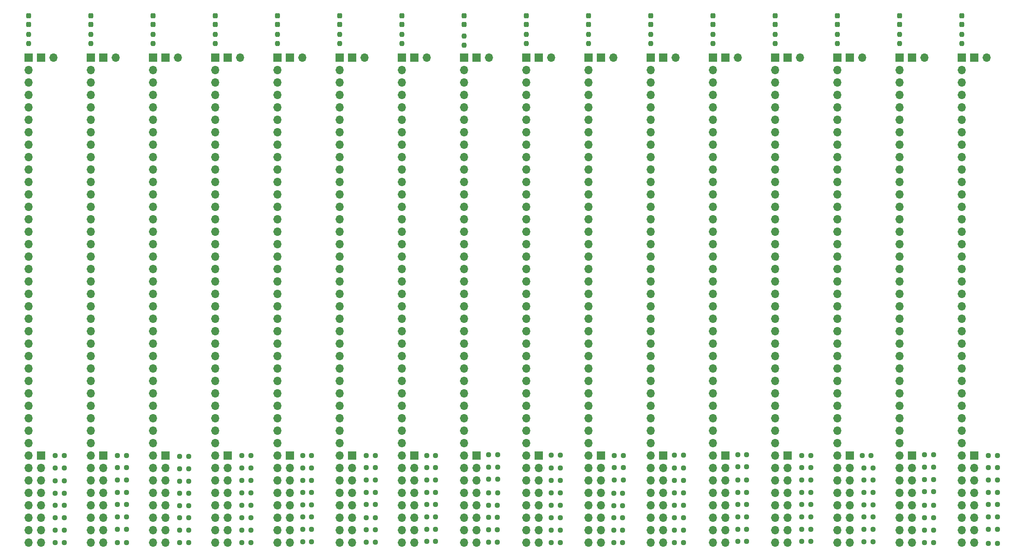
<source format=gbr>
%TF.GenerationSoftware,KiCad,Pcbnew,7.0.5*%
%TF.CreationDate,2024-09-17T03:27:58-04:00*%
%TF.ProjectId,motherboard,6d6f7468-6572-4626-9f61-72642e6b6963,rev?*%
%TF.SameCoordinates,Original*%
%TF.FileFunction,Soldermask,Top*%
%TF.FilePolarity,Negative*%
%FSLAX46Y46*%
G04 Gerber Fmt 4.6, Leading zero omitted, Abs format (unit mm)*
G04 Created by KiCad (PCBNEW 7.0.5) date 2024-09-17 03:27:58*
%MOMM*%
%LPD*%
G01*
G04 APERTURE LIST*
G04 Aperture macros list*
%AMRoundRect*
0 Rectangle with rounded corners*
0 $1 Rounding radius*
0 $2 $3 $4 $5 $6 $7 $8 $9 X,Y pos of 4 corners*
0 Add a 4 corners polygon primitive as box body*
4,1,4,$2,$3,$4,$5,$6,$7,$8,$9,$2,$3,0*
0 Add four circle primitives for the rounded corners*
1,1,$1+$1,$2,$3*
1,1,$1+$1,$4,$5*
1,1,$1+$1,$6,$7*
1,1,$1+$1,$8,$9*
0 Add four rect primitives between the rounded corners*
20,1,$1+$1,$2,$3,$4,$5,0*
20,1,$1+$1,$4,$5,$6,$7,0*
20,1,$1+$1,$6,$7,$8,$9,0*
20,1,$1+$1,$8,$9,$2,$3,0*%
G04 Aperture macros list end*
%ADD10R,1.700000X1.700000*%
%ADD11O,1.700000X1.700000*%
%ADD12RoundRect,0.237500X0.250000X0.237500X-0.250000X0.237500X-0.250000X-0.237500X0.250000X-0.237500X0*%
%ADD13RoundRect,0.237500X-0.237500X0.250000X-0.237500X-0.250000X0.237500X-0.250000X0.237500X0.250000X0*%
%ADD14RoundRect,0.237500X-0.237500X0.287500X-0.237500X-0.287500X0.237500X-0.287500X0.237500X0.287500X0*%
G04 APERTURE END LIST*
D10*
%TO.C,J31*%
X241300000Y-46990000D03*
D11*
X241300000Y-49530000D03*
X241300000Y-52070000D03*
X241300000Y-54610000D03*
X241300000Y-57150000D03*
X241300000Y-59690000D03*
X241300000Y-62230000D03*
X241300000Y-64770000D03*
X241300000Y-67310000D03*
X241300000Y-69850000D03*
X241300000Y-72390000D03*
X241300000Y-74930000D03*
X241300000Y-77470000D03*
X241300000Y-80010000D03*
X241300000Y-82550000D03*
X241300000Y-85090000D03*
X241300000Y-87630000D03*
X241300000Y-90170000D03*
X241300000Y-92710000D03*
X241300000Y-95250000D03*
X241300000Y-97790000D03*
X241300000Y-100330000D03*
X241300000Y-102870000D03*
X241300000Y-105410000D03*
X241300000Y-107950000D03*
X241300000Y-110490000D03*
X241300000Y-113030000D03*
X241300000Y-115570000D03*
X241300000Y-118110000D03*
X241300000Y-120650000D03*
X241300000Y-123190000D03*
X241300000Y-125730000D03*
X241300000Y-128270000D03*
X241300000Y-130810000D03*
X241300000Y-133350000D03*
X241300000Y-135890000D03*
X241300000Y-138430000D03*
X241300000Y-140970000D03*
X241300000Y-143510000D03*
X241300000Y-146050000D03*
%TD*%
D10*
%TO.C,J29*%
X228600000Y-46990000D03*
D11*
X228600000Y-49530000D03*
X228600000Y-52070000D03*
X228600000Y-54610000D03*
X228600000Y-57150000D03*
X228600000Y-59690000D03*
X228600000Y-62230000D03*
X228600000Y-64770000D03*
X228600000Y-67310000D03*
X228600000Y-69850000D03*
X228600000Y-72390000D03*
X228600000Y-74930000D03*
X228600000Y-77470000D03*
X228600000Y-80010000D03*
X228600000Y-82550000D03*
X228600000Y-85090000D03*
X228600000Y-87630000D03*
X228600000Y-90170000D03*
X228600000Y-92710000D03*
X228600000Y-95250000D03*
X228600000Y-97790000D03*
X228600000Y-100330000D03*
X228600000Y-102870000D03*
X228600000Y-105410000D03*
X228600000Y-107950000D03*
X228600000Y-110490000D03*
X228600000Y-113030000D03*
X228600000Y-115570000D03*
X228600000Y-118110000D03*
X228600000Y-120650000D03*
X228600000Y-123190000D03*
X228600000Y-125730000D03*
X228600000Y-128270000D03*
X228600000Y-130810000D03*
X228600000Y-133350000D03*
X228600000Y-135890000D03*
X228600000Y-138430000D03*
X228600000Y-140970000D03*
X228600000Y-143510000D03*
X228600000Y-146050000D03*
%TD*%
D10*
%TO.C,J27*%
X215900000Y-46990000D03*
D11*
X215900000Y-49530000D03*
X215900000Y-52070000D03*
X215900000Y-54610000D03*
X215900000Y-57150000D03*
X215900000Y-59690000D03*
X215900000Y-62230000D03*
X215900000Y-64770000D03*
X215900000Y-67310000D03*
X215900000Y-69850000D03*
X215900000Y-72390000D03*
X215900000Y-74930000D03*
X215900000Y-77470000D03*
X215900000Y-80010000D03*
X215900000Y-82550000D03*
X215900000Y-85090000D03*
X215900000Y-87630000D03*
X215900000Y-90170000D03*
X215900000Y-92710000D03*
X215900000Y-95250000D03*
X215900000Y-97790000D03*
X215900000Y-100330000D03*
X215900000Y-102870000D03*
X215900000Y-105410000D03*
X215900000Y-107950000D03*
X215900000Y-110490000D03*
X215900000Y-113030000D03*
X215900000Y-115570000D03*
X215900000Y-118110000D03*
X215900000Y-120650000D03*
X215900000Y-123190000D03*
X215900000Y-125730000D03*
X215900000Y-128270000D03*
X215900000Y-130810000D03*
X215900000Y-133350000D03*
X215900000Y-135890000D03*
X215900000Y-138430000D03*
X215900000Y-140970000D03*
X215900000Y-143510000D03*
X215900000Y-146050000D03*
%TD*%
D10*
%TO.C,J25*%
X203200000Y-46990000D03*
D11*
X203200000Y-49530000D03*
X203200000Y-52070000D03*
X203200000Y-54610000D03*
X203200000Y-57150000D03*
X203200000Y-59690000D03*
X203200000Y-62230000D03*
X203200000Y-64770000D03*
X203200000Y-67310000D03*
X203200000Y-69850000D03*
X203200000Y-72390000D03*
X203200000Y-74930000D03*
X203200000Y-77470000D03*
X203200000Y-80010000D03*
X203200000Y-82550000D03*
X203200000Y-85090000D03*
X203200000Y-87630000D03*
X203200000Y-90170000D03*
X203200000Y-92710000D03*
X203200000Y-95250000D03*
X203200000Y-97790000D03*
X203200000Y-100330000D03*
X203200000Y-102870000D03*
X203200000Y-105410000D03*
X203200000Y-107950000D03*
X203200000Y-110490000D03*
X203200000Y-113030000D03*
X203200000Y-115570000D03*
X203200000Y-118110000D03*
X203200000Y-120650000D03*
X203200000Y-123190000D03*
X203200000Y-125730000D03*
X203200000Y-128270000D03*
X203200000Y-130810000D03*
X203200000Y-133350000D03*
X203200000Y-135890000D03*
X203200000Y-138430000D03*
X203200000Y-140970000D03*
X203200000Y-143510000D03*
X203200000Y-146050000D03*
%TD*%
D10*
%TO.C,J23*%
X190500000Y-46990000D03*
D11*
X190500000Y-49530000D03*
X190500000Y-52070000D03*
X190500000Y-54610000D03*
X190500000Y-57150000D03*
X190500000Y-59690000D03*
X190500000Y-62230000D03*
X190500000Y-64770000D03*
X190500000Y-67310000D03*
X190500000Y-69850000D03*
X190500000Y-72390000D03*
X190500000Y-74930000D03*
X190500000Y-77470000D03*
X190500000Y-80010000D03*
X190500000Y-82550000D03*
X190500000Y-85090000D03*
X190500000Y-87630000D03*
X190500000Y-90170000D03*
X190500000Y-92710000D03*
X190500000Y-95250000D03*
X190500000Y-97790000D03*
X190500000Y-100330000D03*
X190500000Y-102870000D03*
X190500000Y-105410000D03*
X190500000Y-107950000D03*
X190500000Y-110490000D03*
X190500000Y-113030000D03*
X190500000Y-115570000D03*
X190500000Y-118110000D03*
X190500000Y-120650000D03*
X190500000Y-123190000D03*
X190500000Y-125730000D03*
X190500000Y-128270000D03*
X190500000Y-130810000D03*
X190500000Y-133350000D03*
X190500000Y-135890000D03*
X190500000Y-138430000D03*
X190500000Y-140970000D03*
X190500000Y-143510000D03*
X190500000Y-146050000D03*
%TD*%
D10*
%TO.C,J21*%
X177800000Y-46990000D03*
D11*
X177800000Y-49530000D03*
X177800000Y-52070000D03*
X177800000Y-54610000D03*
X177800000Y-57150000D03*
X177800000Y-59690000D03*
X177800000Y-62230000D03*
X177800000Y-64770000D03*
X177800000Y-67310000D03*
X177800000Y-69850000D03*
X177800000Y-72390000D03*
X177800000Y-74930000D03*
X177800000Y-77470000D03*
X177800000Y-80010000D03*
X177800000Y-82550000D03*
X177800000Y-85090000D03*
X177800000Y-87630000D03*
X177800000Y-90170000D03*
X177800000Y-92710000D03*
X177800000Y-95250000D03*
X177800000Y-97790000D03*
X177800000Y-100330000D03*
X177800000Y-102870000D03*
X177800000Y-105410000D03*
X177800000Y-107950000D03*
X177800000Y-110490000D03*
X177800000Y-113030000D03*
X177800000Y-115570000D03*
X177800000Y-118110000D03*
X177800000Y-120650000D03*
X177800000Y-123190000D03*
X177800000Y-125730000D03*
X177800000Y-128270000D03*
X177800000Y-130810000D03*
X177800000Y-133350000D03*
X177800000Y-135890000D03*
X177800000Y-138430000D03*
X177800000Y-140970000D03*
X177800000Y-143510000D03*
X177800000Y-146050000D03*
%TD*%
D10*
%TO.C,J19*%
X165100000Y-46990000D03*
D11*
X165100000Y-49530000D03*
X165100000Y-52070000D03*
X165100000Y-54610000D03*
X165100000Y-57150000D03*
X165100000Y-59690000D03*
X165100000Y-62230000D03*
X165100000Y-64770000D03*
X165100000Y-67310000D03*
X165100000Y-69850000D03*
X165100000Y-72390000D03*
X165100000Y-74930000D03*
X165100000Y-77470000D03*
X165100000Y-80010000D03*
X165100000Y-82550000D03*
X165100000Y-85090000D03*
X165100000Y-87630000D03*
X165100000Y-90170000D03*
X165100000Y-92710000D03*
X165100000Y-95250000D03*
X165100000Y-97790000D03*
X165100000Y-100330000D03*
X165100000Y-102870000D03*
X165100000Y-105410000D03*
X165100000Y-107950000D03*
X165100000Y-110490000D03*
X165100000Y-113030000D03*
X165100000Y-115570000D03*
X165100000Y-118110000D03*
X165100000Y-120650000D03*
X165100000Y-123190000D03*
X165100000Y-125730000D03*
X165100000Y-128270000D03*
X165100000Y-130810000D03*
X165100000Y-133350000D03*
X165100000Y-135890000D03*
X165100000Y-138430000D03*
X165100000Y-140970000D03*
X165100000Y-143510000D03*
X165100000Y-146050000D03*
%TD*%
D10*
%TO.C,J17*%
X152400000Y-46990000D03*
D11*
X152400000Y-49530000D03*
X152400000Y-52070000D03*
X152400000Y-54610000D03*
X152400000Y-57150000D03*
X152400000Y-59690000D03*
X152400000Y-62230000D03*
X152400000Y-64770000D03*
X152400000Y-67310000D03*
X152400000Y-69850000D03*
X152400000Y-72390000D03*
X152400000Y-74930000D03*
X152400000Y-77470000D03*
X152400000Y-80010000D03*
X152400000Y-82550000D03*
X152400000Y-85090000D03*
X152400000Y-87630000D03*
X152400000Y-90170000D03*
X152400000Y-92710000D03*
X152400000Y-95250000D03*
X152400000Y-97790000D03*
X152400000Y-100330000D03*
X152400000Y-102870000D03*
X152400000Y-105410000D03*
X152400000Y-107950000D03*
X152400000Y-110490000D03*
X152400000Y-113030000D03*
X152400000Y-115570000D03*
X152400000Y-118110000D03*
X152400000Y-120650000D03*
X152400000Y-123190000D03*
X152400000Y-125730000D03*
X152400000Y-128270000D03*
X152400000Y-130810000D03*
X152400000Y-133350000D03*
X152400000Y-135890000D03*
X152400000Y-138430000D03*
X152400000Y-140970000D03*
X152400000Y-143510000D03*
X152400000Y-146050000D03*
%TD*%
D10*
%TO.C,J15*%
X139700000Y-46990000D03*
D11*
X139700000Y-49530000D03*
X139700000Y-52070000D03*
X139700000Y-54610000D03*
X139700000Y-57150000D03*
X139700000Y-59690000D03*
X139700000Y-62230000D03*
X139700000Y-64770000D03*
X139700000Y-67310000D03*
X139700000Y-69850000D03*
X139700000Y-72390000D03*
X139700000Y-74930000D03*
X139700000Y-77470000D03*
X139700000Y-80010000D03*
X139700000Y-82550000D03*
X139700000Y-85090000D03*
X139700000Y-87630000D03*
X139700000Y-90170000D03*
X139700000Y-92710000D03*
X139700000Y-95250000D03*
X139700000Y-97790000D03*
X139700000Y-100330000D03*
X139700000Y-102870000D03*
X139700000Y-105410000D03*
X139700000Y-107950000D03*
X139700000Y-110490000D03*
X139700000Y-113030000D03*
X139700000Y-115570000D03*
X139700000Y-118110000D03*
X139700000Y-120650000D03*
X139700000Y-123190000D03*
X139700000Y-125730000D03*
X139700000Y-128270000D03*
X139700000Y-130810000D03*
X139700000Y-133350000D03*
X139700000Y-135890000D03*
X139700000Y-138430000D03*
X139700000Y-140970000D03*
X139700000Y-143510000D03*
X139700000Y-146050000D03*
%TD*%
D10*
%TO.C,J13*%
X127000000Y-46990000D03*
D11*
X127000000Y-49530000D03*
X127000000Y-52070000D03*
X127000000Y-54610000D03*
X127000000Y-57150000D03*
X127000000Y-59690000D03*
X127000000Y-62230000D03*
X127000000Y-64770000D03*
X127000000Y-67310000D03*
X127000000Y-69850000D03*
X127000000Y-72390000D03*
X127000000Y-74930000D03*
X127000000Y-77470000D03*
X127000000Y-80010000D03*
X127000000Y-82550000D03*
X127000000Y-85090000D03*
X127000000Y-87630000D03*
X127000000Y-90170000D03*
X127000000Y-92710000D03*
X127000000Y-95250000D03*
X127000000Y-97790000D03*
X127000000Y-100330000D03*
X127000000Y-102870000D03*
X127000000Y-105410000D03*
X127000000Y-107950000D03*
X127000000Y-110490000D03*
X127000000Y-113030000D03*
X127000000Y-115570000D03*
X127000000Y-118110000D03*
X127000000Y-120650000D03*
X127000000Y-123190000D03*
X127000000Y-125730000D03*
X127000000Y-128270000D03*
X127000000Y-130810000D03*
X127000000Y-133350000D03*
X127000000Y-135890000D03*
X127000000Y-138430000D03*
X127000000Y-140970000D03*
X127000000Y-143510000D03*
X127000000Y-146050000D03*
%TD*%
D10*
%TO.C,J11*%
X114300000Y-46990000D03*
D11*
X114300000Y-49530000D03*
X114300000Y-52070000D03*
X114300000Y-54610000D03*
X114300000Y-57150000D03*
X114300000Y-59690000D03*
X114300000Y-62230000D03*
X114300000Y-64770000D03*
X114300000Y-67310000D03*
X114300000Y-69850000D03*
X114300000Y-72390000D03*
X114300000Y-74930000D03*
X114300000Y-77470000D03*
X114300000Y-80010000D03*
X114300000Y-82550000D03*
X114300000Y-85090000D03*
X114300000Y-87630000D03*
X114300000Y-90170000D03*
X114300000Y-92710000D03*
X114300000Y-95250000D03*
X114300000Y-97790000D03*
X114300000Y-100330000D03*
X114300000Y-102870000D03*
X114300000Y-105410000D03*
X114300000Y-107950000D03*
X114300000Y-110490000D03*
X114300000Y-113030000D03*
X114300000Y-115570000D03*
X114300000Y-118110000D03*
X114300000Y-120650000D03*
X114300000Y-123190000D03*
X114300000Y-125730000D03*
X114300000Y-128270000D03*
X114300000Y-130810000D03*
X114300000Y-133350000D03*
X114300000Y-135890000D03*
X114300000Y-138430000D03*
X114300000Y-140970000D03*
X114300000Y-143510000D03*
X114300000Y-146050000D03*
%TD*%
D10*
%TO.C,J9*%
X101600000Y-46990000D03*
D11*
X101600000Y-49530000D03*
X101600000Y-52070000D03*
X101600000Y-54610000D03*
X101600000Y-57150000D03*
X101600000Y-59690000D03*
X101600000Y-62230000D03*
X101600000Y-64770000D03*
X101600000Y-67310000D03*
X101600000Y-69850000D03*
X101600000Y-72390000D03*
X101600000Y-74930000D03*
X101600000Y-77470000D03*
X101600000Y-80010000D03*
X101600000Y-82550000D03*
X101600000Y-85090000D03*
X101600000Y-87630000D03*
X101600000Y-90170000D03*
X101600000Y-92710000D03*
X101600000Y-95250000D03*
X101600000Y-97790000D03*
X101600000Y-100330000D03*
X101600000Y-102870000D03*
X101600000Y-105410000D03*
X101600000Y-107950000D03*
X101600000Y-110490000D03*
X101600000Y-113030000D03*
X101600000Y-115570000D03*
X101600000Y-118110000D03*
X101600000Y-120650000D03*
X101600000Y-123190000D03*
X101600000Y-125730000D03*
X101600000Y-128270000D03*
X101600000Y-130810000D03*
X101600000Y-133350000D03*
X101600000Y-135890000D03*
X101600000Y-138430000D03*
X101600000Y-140970000D03*
X101600000Y-143510000D03*
X101600000Y-146050000D03*
%TD*%
D10*
%TO.C,J7*%
X88900000Y-46990000D03*
D11*
X88900000Y-49530000D03*
X88900000Y-52070000D03*
X88900000Y-54610000D03*
X88900000Y-57150000D03*
X88900000Y-59690000D03*
X88900000Y-62230000D03*
X88900000Y-64770000D03*
X88900000Y-67310000D03*
X88900000Y-69850000D03*
X88900000Y-72390000D03*
X88900000Y-74930000D03*
X88900000Y-77470000D03*
X88900000Y-80010000D03*
X88900000Y-82550000D03*
X88900000Y-85090000D03*
X88900000Y-87630000D03*
X88900000Y-90170000D03*
X88900000Y-92710000D03*
X88900000Y-95250000D03*
X88900000Y-97790000D03*
X88900000Y-100330000D03*
X88900000Y-102870000D03*
X88900000Y-105410000D03*
X88900000Y-107950000D03*
X88900000Y-110490000D03*
X88900000Y-113030000D03*
X88900000Y-115570000D03*
X88900000Y-118110000D03*
X88900000Y-120650000D03*
X88900000Y-123190000D03*
X88900000Y-125730000D03*
X88900000Y-128270000D03*
X88900000Y-130810000D03*
X88900000Y-133350000D03*
X88900000Y-135890000D03*
X88900000Y-138430000D03*
X88900000Y-140970000D03*
X88900000Y-143510000D03*
X88900000Y-146050000D03*
%TD*%
D10*
%TO.C,J5*%
X76200000Y-46990000D03*
D11*
X76200000Y-49530000D03*
X76200000Y-52070000D03*
X76200000Y-54610000D03*
X76200000Y-57150000D03*
X76200000Y-59690000D03*
X76200000Y-62230000D03*
X76200000Y-64770000D03*
X76200000Y-67310000D03*
X76200000Y-69850000D03*
X76200000Y-72390000D03*
X76200000Y-74930000D03*
X76200000Y-77470000D03*
X76200000Y-80010000D03*
X76200000Y-82550000D03*
X76200000Y-85090000D03*
X76200000Y-87630000D03*
X76200000Y-90170000D03*
X76200000Y-92710000D03*
X76200000Y-95250000D03*
X76200000Y-97790000D03*
X76200000Y-100330000D03*
X76200000Y-102870000D03*
X76200000Y-105410000D03*
X76200000Y-107950000D03*
X76200000Y-110490000D03*
X76200000Y-113030000D03*
X76200000Y-115570000D03*
X76200000Y-118110000D03*
X76200000Y-120650000D03*
X76200000Y-123190000D03*
X76200000Y-125730000D03*
X76200000Y-128270000D03*
X76200000Y-130810000D03*
X76200000Y-133350000D03*
X76200000Y-135890000D03*
X76200000Y-138430000D03*
X76200000Y-140970000D03*
X76200000Y-143510000D03*
X76200000Y-146050000D03*
%TD*%
D10*
%TO.C,J2*%
X63500000Y-46990000D03*
D11*
X63500000Y-49530000D03*
X63500000Y-52070000D03*
X63500000Y-54610000D03*
X63500000Y-57150000D03*
X63500000Y-59690000D03*
X63500000Y-62230000D03*
X63500000Y-64770000D03*
X63500000Y-67310000D03*
X63500000Y-69850000D03*
X63500000Y-72390000D03*
X63500000Y-74930000D03*
X63500000Y-77470000D03*
X63500000Y-80010000D03*
X63500000Y-82550000D03*
X63500000Y-85090000D03*
X63500000Y-87630000D03*
X63500000Y-90170000D03*
X63500000Y-92710000D03*
X63500000Y-95250000D03*
X63500000Y-97790000D03*
X63500000Y-100330000D03*
X63500000Y-102870000D03*
X63500000Y-105410000D03*
X63500000Y-107950000D03*
X63500000Y-110490000D03*
X63500000Y-113030000D03*
X63500000Y-115570000D03*
X63500000Y-118110000D03*
X63500000Y-120650000D03*
X63500000Y-123190000D03*
X63500000Y-125730000D03*
X63500000Y-128270000D03*
X63500000Y-130810000D03*
X63500000Y-133350000D03*
X63500000Y-135890000D03*
X63500000Y-138430000D03*
X63500000Y-140970000D03*
X63500000Y-143510000D03*
X63500000Y-146050000D03*
%TD*%
D10*
%TO.C,J1*%
X50800000Y-46990000D03*
D11*
X50800000Y-49530000D03*
X50800000Y-52070000D03*
X50800000Y-54610000D03*
X50800000Y-57150000D03*
X50800000Y-59690000D03*
X50800000Y-62230000D03*
X50800000Y-64770000D03*
X50800000Y-67310000D03*
X50800000Y-69850000D03*
X50800000Y-72390000D03*
X50800000Y-74930000D03*
X50800000Y-77470000D03*
X50800000Y-80010000D03*
X50800000Y-82550000D03*
X50800000Y-85090000D03*
X50800000Y-87630000D03*
X50800000Y-90170000D03*
X50800000Y-92710000D03*
X50800000Y-95250000D03*
X50800000Y-97790000D03*
X50800000Y-100330000D03*
X50800000Y-102870000D03*
X50800000Y-105410000D03*
X50800000Y-107950000D03*
X50800000Y-110490000D03*
X50800000Y-113030000D03*
X50800000Y-115570000D03*
X50800000Y-118110000D03*
X50800000Y-120650000D03*
X50800000Y-123190000D03*
X50800000Y-125730000D03*
X50800000Y-128270000D03*
X50800000Y-130810000D03*
X50800000Y-133350000D03*
X50800000Y-135890000D03*
X50800000Y-138430000D03*
X50800000Y-140970000D03*
X50800000Y-143510000D03*
X50800000Y-146050000D03*
%TD*%
D12*
%TO.C,r144*%
X248562500Y-146260000D03*
X246737500Y-146260000D03*
%TD*%
%TO.C,r143*%
X248562500Y-143330000D03*
X246737500Y-143330000D03*
%TD*%
%TO.C,r142*%
X248562500Y-140820000D03*
X246737500Y-140820000D03*
%TD*%
%TO.C,r141*%
X248562500Y-138310000D03*
X246737500Y-138310000D03*
%TD*%
%TO.C,r140*%
X248562500Y-135800000D03*
X246737500Y-135800000D03*
%TD*%
%TO.C,r139*%
X248562500Y-133290000D03*
X246737500Y-133290000D03*
%TD*%
%TO.C,r138*%
X248562500Y-130780000D03*
X246737500Y-130780000D03*
%TD*%
%TO.C,r137*%
X248562500Y-128270000D03*
X246737500Y-128270000D03*
%TD*%
D13*
%TO.C,r136*%
X241300000Y-42267500D03*
X241300000Y-44092500D03*
%TD*%
D12*
%TO.C,r135*%
X235524338Y-146050000D03*
X233699338Y-146050000D03*
%TD*%
%TO.C,r134*%
X235524338Y-143510000D03*
X233699338Y-143510000D03*
%TD*%
%TO.C,r133*%
X235524338Y-140970000D03*
X233699338Y-140970000D03*
%TD*%
%TO.C,r132*%
X233699338Y-138430000D03*
X235524338Y-138430000D03*
%TD*%
%TO.C,r131*%
X235524338Y-135683756D03*
X233699338Y-135683756D03*
%TD*%
%TO.C,r130*%
X235524338Y-133173756D03*
X233699338Y-133173756D03*
%TD*%
%TO.C,r129*%
X235524338Y-130663756D03*
X233699338Y-130663756D03*
%TD*%
%TO.C,r128*%
X235524338Y-128153756D03*
X233699338Y-128153756D03*
%TD*%
D13*
%TO.C,r127*%
X228600000Y-42267500D03*
X228600000Y-44092500D03*
%TD*%
D12*
%TO.C,r126*%
X223162500Y-145870000D03*
X221337500Y-145870000D03*
%TD*%
%TO.C,r125*%
X223162500Y-143360000D03*
X221337500Y-143360000D03*
%TD*%
%TO.C,r124*%
X223162500Y-140850000D03*
X221337500Y-140850000D03*
%TD*%
%TO.C,r123*%
X223162500Y-138340000D03*
X221337500Y-138340000D03*
%TD*%
%TO.C,r122*%
X223162500Y-135830000D03*
X221337500Y-135830000D03*
%TD*%
%TO.C,r121*%
X223162500Y-133320000D03*
X221337500Y-133320000D03*
%TD*%
%TO.C,r120*%
X223162500Y-130810000D03*
X221337500Y-130810000D03*
%TD*%
%TO.C,r119*%
X222805000Y-128270000D03*
X220980000Y-128270000D03*
%TD*%
D13*
%TO.C,r118*%
X215900000Y-42267500D03*
X215900000Y-44092500D03*
%TD*%
D12*
%TO.C,r117*%
X210462500Y-145840000D03*
X208637500Y-145840000D03*
%TD*%
%TO.C,r116*%
X210462500Y-143330000D03*
X208637500Y-143330000D03*
%TD*%
%TO.C,r115*%
X210462500Y-140820000D03*
X208637500Y-140820000D03*
%TD*%
%TO.C,r114*%
X210462500Y-138310000D03*
X208637500Y-138310000D03*
%TD*%
%TO.C,r113*%
X210462500Y-135800000D03*
X208637500Y-135800000D03*
%TD*%
%TO.C,r112*%
X210462500Y-133290000D03*
X208637500Y-133290000D03*
%TD*%
%TO.C,r111*%
X210462500Y-130780000D03*
X208637500Y-130780000D03*
%TD*%
%TO.C,r110*%
X210462500Y-128270000D03*
X208637500Y-128270000D03*
%TD*%
D13*
%TO.C,r109*%
X203200000Y-42267500D03*
X203200000Y-44092500D03*
%TD*%
D12*
%TO.C,r108*%
X197403333Y-145840234D03*
X195578333Y-145840234D03*
%TD*%
%TO.C,r107*%
X197403333Y-143330234D03*
X195578333Y-143330234D03*
%TD*%
%TO.C,r106*%
X197403333Y-140820234D03*
X195578333Y-140820234D03*
%TD*%
%TO.C,r105*%
X197403333Y-138310234D03*
X195578333Y-138310234D03*
%TD*%
%TO.C,r104*%
X197403333Y-135800234D03*
X195578333Y-135800234D03*
%TD*%
%TO.C,r103*%
X197403333Y-133290234D03*
X195578333Y-133290234D03*
%TD*%
%TO.C,r102*%
X197377845Y-130609199D03*
X195552845Y-130609199D03*
%TD*%
%TO.C,r101*%
X197377845Y-128099199D03*
X195552845Y-128099199D03*
%TD*%
D13*
%TO.C,r100*%
X190500000Y-42267500D03*
X190500000Y-44092500D03*
%TD*%
D12*
%TO.C,r99*%
X184505108Y-146050000D03*
X182680108Y-146050000D03*
%TD*%
%TO.C,r98*%
X184505108Y-143510000D03*
X182680108Y-143510000D03*
%TD*%
%TO.C,r97*%
X184505108Y-140970000D03*
X182680108Y-140970000D03*
%TD*%
%TO.C,r96*%
X184505108Y-138430000D03*
X182680108Y-138430000D03*
%TD*%
%TO.C,r95*%
X184505108Y-135890000D03*
X182680108Y-135890000D03*
%TD*%
%TO.C,r94*%
X184505108Y-133350000D03*
X182680108Y-133350000D03*
%TD*%
%TO.C,r93*%
X184505108Y-130810000D03*
X182680108Y-130810000D03*
%TD*%
%TO.C,r92*%
X184505108Y-128164940D03*
X182680108Y-128164940D03*
%TD*%
D13*
%TO.C,r91*%
X177800000Y-42267500D03*
X177800000Y-44092500D03*
%TD*%
D12*
%TO.C,r90*%
X172094980Y-146050000D03*
X170269980Y-146050000D03*
%TD*%
%TO.C,r89*%
X172094980Y-143540000D03*
X170269980Y-143540000D03*
%TD*%
%TO.C,r88*%
X172094980Y-141030000D03*
X170269980Y-141030000D03*
%TD*%
%TO.C,r87*%
X172094980Y-138520000D03*
X170269980Y-138520000D03*
%TD*%
%TO.C,r86*%
X172094980Y-136010000D03*
X170269980Y-136010000D03*
%TD*%
%TO.C,r85*%
X172184941Y-133290000D03*
X170359941Y-133290000D03*
%TD*%
%TO.C,r84*%
X172184941Y-130780000D03*
X170359941Y-130780000D03*
%TD*%
%TO.C,r83*%
X172184941Y-128270000D03*
X170359941Y-128270000D03*
%TD*%
D13*
%TO.C,r82*%
X165100000Y-42267500D03*
X165100000Y-44092500D03*
%TD*%
D12*
%TO.C,r81*%
X159320361Y-146050000D03*
X157495361Y-146050000D03*
%TD*%
%TO.C,r80*%
X159320361Y-143510000D03*
X157495361Y-143510000D03*
%TD*%
%TO.C,r79*%
X159320361Y-140970000D03*
X157495361Y-140970000D03*
%TD*%
%TO.C,r78*%
X159320361Y-138430000D03*
X157495361Y-138430000D03*
%TD*%
%TO.C,r77*%
X159320361Y-135890000D03*
X157495361Y-135890000D03*
%TD*%
%TO.C,r76*%
X159320361Y-133350000D03*
X157495361Y-133350000D03*
%TD*%
%TO.C,r75*%
X157495361Y-130810000D03*
X159320361Y-130810000D03*
%TD*%
%TO.C,r74*%
X159320361Y-128198876D03*
X157495361Y-128198876D03*
%TD*%
D13*
%TO.C,r73*%
X152400000Y-42267500D03*
X152400000Y-44092500D03*
%TD*%
D12*
%TO.C,r72*%
X146496337Y-145951860D03*
X144671337Y-145951860D03*
%TD*%
%TO.C,r71*%
X146496337Y-143441860D03*
X144671337Y-143441860D03*
%TD*%
%TO.C,r70*%
X146496337Y-140931860D03*
X144671337Y-140931860D03*
%TD*%
%TO.C,r69*%
X146496337Y-138421860D03*
X144671337Y-138421860D03*
%TD*%
%TO.C,r68*%
X146564593Y-135890000D03*
X144739593Y-135890000D03*
%TD*%
%TO.C,r67*%
X146564593Y-133144069D03*
X144739593Y-133144069D03*
%TD*%
%TO.C,r66*%
X146564593Y-130634069D03*
X144739593Y-130634069D03*
%TD*%
%TO.C,r65*%
X146564593Y-128124069D03*
X144739593Y-128124069D03*
%TD*%
D13*
%TO.C,r64*%
X139700000Y-42625000D03*
X139700000Y-44450000D03*
%TD*%
D12*
%TO.C,r63*%
X133905000Y-145840000D03*
X132080000Y-145840000D03*
%TD*%
%TO.C,r62*%
X133905000Y-143330000D03*
X132080000Y-143330000D03*
%TD*%
%TO.C,r61*%
X133905000Y-140820000D03*
X132080000Y-140820000D03*
%TD*%
%TO.C,r60*%
X133905000Y-138310000D03*
X132080000Y-138310000D03*
%TD*%
%TO.C,r59*%
X133905000Y-135800000D03*
X132080000Y-135800000D03*
%TD*%
%TO.C,r58*%
X133905000Y-133290000D03*
X132080000Y-133290000D03*
%TD*%
%TO.C,r57*%
X133905000Y-130780000D03*
X132080000Y-130780000D03*
%TD*%
%TO.C,r56*%
X133905000Y-128270000D03*
X132080000Y-128270000D03*
%TD*%
D13*
%TO.C,r55*%
X127000000Y-42267500D03*
X127000000Y-44092500D03*
%TD*%
D12*
%TO.C,r54*%
X121562500Y-145990000D03*
X119737500Y-145990000D03*
%TD*%
%TO.C,r53*%
X121562500Y-143480000D03*
X119737500Y-143480000D03*
%TD*%
%TO.C,r52*%
X121562500Y-140970000D03*
X119737500Y-140970000D03*
%TD*%
%TO.C,r51*%
X121562500Y-138310000D03*
X119737500Y-138310000D03*
%TD*%
%TO.C,r50*%
X121562500Y-135800000D03*
X119737500Y-135800000D03*
%TD*%
%TO.C,r49*%
X121562500Y-133290000D03*
X119737500Y-133290000D03*
%TD*%
%TO.C,r48*%
X121562500Y-130780000D03*
X119737500Y-130780000D03*
%TD*%
%TO.C,r47*%
X121562500Y-128270000D03*
X119737500Y-128270000D03*
%TD*%
D13*
%TO.C,r46*%
X114300000Y-42267500D03*
X114300000Y-44092500D03*
%TD*%
D12*
%TO.C,r45*%
X108564780Y-145880439D03*
X106739780Y-145880439D03*
%TD*%
%TO.C,r44*%
X106739780Y-143370439D03*
X108564780Y-143370439D03*
%TD*%
%TO.C,r43*%
X108564780Y-140860439D03*
X106739780Y-140860439D03*
%TD*%
%TO.C,r42*%
X108564780Y-138350439D03*
X106739780Y-138350439D03*
%TD*%
%TO.C,r41*%
X108564780Y-135840439D03*
X106739780Y-135840439D03*
%TD*%
%TO.C,r40*%
X108564780Y-133330439D03*
X106739780Y-133330439D03*
%TD*%
%TO.C,r39*%
X108564780Y-130820439D03*
X106739780Y-130820439D03*
%TD*%
%TO.C,r38*%
X108564780Y-128310439D03*
X106739780Y-128310439D03*
%TD*%
D13*
%TO.C,r37*%
X101600000Y-42267500D03*
X101600000Y-44092500D03*
%TD*%
D12*
%TO.C,r36*%
X96162500Y-146050000D03*
X94337500Y-146050000D03*
%TD*%
%TO.C,r35*%
X96162500Y-143510000D03*
X94337500Y-143510000D03*
%TD*%
%TO.C,r34*%
X96162500Y-140970000D03*
X94337500Y-140970000D03*
%TD*%
%TO.C,r33*%
X96162500Y-138430000D03*
X94337500Y-138430000D03*
%TD*%
%TO.C,r32*%
X96162500Y-135890000D03*
X94337500Y-135890000D03*
%TD*%
%TO.C,r31*%
X96162500Y-133350000D03*
X94337500Y-133350000D03*
%TD*%
%TO.C,r30*%
X96162500Y-130810000D03*
X94337500Y-130810000D03*
%TD*%
%TO.C,r29*%
X96162500Y-128270000D03*
X94337500Y-128270000D03*
%TD*%
D13*
%TO.C,r28*%
X88900000Y-42267500D03*
X88900000Y-44092500D03*
%TD*%
D12*
%TO.C,r27*%
X83462500Y-146050000D03*
X81637500Y-146050000D03*
%TD*%
%TO.C,r26*%
X83462500Y-143540000D03*
X81637500Y-143540000D03*
%TD*%
%TO.C,r25*%
X83462500Y-141030000D03*
X81637500Y-141030000D03*
%TD*%
%TO.C,r24*%
X83462500Y-138520000D03*
X81637500Y-138520000D03*
%TD*%
%TO.C,r23*%
X83462500Y-136010000D03*
X81637500Y-136010000D03*
%TD*%
%TO.C,r22*%
X83462500Y-133500000D03*
X81637500Y-133500000D03*
%TD*%
%TO.C,r21*%
X83462500Y-130990000D03*
X81637500Y-130990000D03*
%TD*%
%TO.C,r20*%
X83462500Y-128480000D03*
X81637500Y-128480000D03*
%TD*%
D13*
%TO.C,r19*%
X76200000Y-42267500D03*
X76200000Y-44092500D03*
%TD*%
D12*
%TO.C,r18*%
X58062500Y-146050000D03*
X56237500Y-146050000D03*
%TD*%
%TO.C,r17*%
X58062500Y-143510000D03*
X56237500Y-143510000D03*
%TD*%
%TO.C,r16*%
X58062500Y-140970000D03*
X56237500Y-140970000D03*
%TD*%
%TO.C,r15*%
X58062500Y-138490000D03*
X56237500Y-138490000D03*
%TD*%
%TO.C,r14*%
X58062500Y-135980000D03*
X56237500Y-135980000D03*
%TD*%
%TO.C,r13*%
X56237500Y-133470000D03*
X58062500Y-133470000D03*
%TD*%
%TO.C,r12*%
X58062500Y-130810000D03*
X56237500Y-130810000D03*
%TD*%
%TO.C,r11*%
X56237500Y-128270000D03*
X58062500Y-128270000D03*
%TD*%
D13*
%TO.C,r10*%
X50800000Y-42267500D03*
X50800000Y-44092500D03*
%TD*%
D12*
%TO.C,r9*%
X70762500Y-146050000D03*
X68937500Y-146050000D03*
%TD*%
%TO.C,r8*%
X68937500Y-143330000D03*
X70762500Y-143330000D03*
%TD*%
%TO.C,r7*%
X70762500Y-140820000D03*
X68937500Y-140820000D03*
%TD*%
%TO.C,r6*%
X70762500Y-138310000D03*
X68937500Y-138310000D03*
%TD*%
%TO.C,r5*%
X70762500Y-135800000D03*
X68937500Y-135800000D03*
%TD*%
%TO.C,r4*%
X70762500Y-133290000D03*
X68937500Y-133290000D03*
%TD*%
%TO.C,r3*%
X70762500Y-130780000D03*
X68937500Y-130780000D03*
%TD*%
%TO.C,r2*%
X70762500Y-128270000D03*
X68937500Y-128270000D03*
%TD*%
D13*
%TO.C,r1*%
X63500000Y-44092500D03*
X63500000Y-42267500D03*
%TD*%
D10*
%TO.C,J48*%
X243840000Y-46990000D03*
D11*
X246380000Y-46990000D03*
%TD*%
D10*
%TO.C,J47*%
X231140000Y-46990000D03*
D11*
X233680000Y-46990000D03*
%TD*%
D10*
%TO.C,J46*%
X218440000Y-46990000D03*
D11*
X220980000Y-46990000D03*
%TD*%
D10*
%TO.C,J45*%
X205740000Y-46990000D03*
D11*
X208280000Y-46990000D03*
%TD*%
D10*
%TO.C,J44*%
X193040000Y-46990000D03*
D11*
X195580000Y-46990000D03*
%TD*%
D10*
%TO.C,J43*%
X180340000Y-46990000D03*
D11*
X182880000Y-46990000D03*
%TD*%
D10*
%TO.C,J42*%
X167640000Y-46990000D03*
D11*
X170180000Y-46990000D03*
%TD*%
D10*
%TO.C,J41*%
X154940000Y-46990000D03*
D11*
X157480000Y-46990000D03*
%TD*%
D10*
%TO.C,J40*%
X142240000Y-46990000D03*
D11*
X144780000Y-46990000D03*
%TD*%
D10*
%TO.C,J39*%
X129540000Y-46990000D03*
D11*
X132080000Y-46990000D03*
%TD*%
D10*
%TO.C,J38*%
X116840000Y-46990000D03*
D11*
X119380000Y-46990000D03*
%TD*%
D10*
%TO.C,J37*%
X104140000Y-46990000D03*
D11*
X106680000Y-46990000D03*
%TD*%
D10*
%TO.C,J36*%
X91440000Y-46990000D03*
D11*
X93980000Y-46990000D03*
%TD*%
D10*
%TO.C,J35*%
X78740000Y-46990000D03*
D11*
X81280000Y-46990000D03*
%TD*%
D10*
%TO.C,J34*%
X53340000Y-46990000D03*
D11*
X55880000Y-46990000D03*
%TD*%
D10*
%TO.C,J33*%
X66040000Y-46990000D03*
D11*
X68580000Y-46990000D03*
%TD*%
D10*
%TO.C,J32*%
X243840000Y-128270000D03*
D11*
X243840000Y-130810000D03*
X243840000Y-133350000D03*
X243840000Y-135890000D03*
X243840000Y-138430000D03*
X243840000Y-140970000D03*
X243840000Y-143510000D03*
X243840000Y-146050000D03*
%TD*%
D10*
%TO.C,J30*%
X231140000Y-128270000D03*
D11*
X231140000Y-130810000D03*
X231140000Y-133350000D03*
X231140000Y-135890000D03*
X231140000Y-138430000D03*
X231140000Y-140970000D03*
X231140000Y-143510000D03*
X231140000Y-146050000D03*
%TD*%
D10*
%TO.C,J28*%
X218440000Y-128270000D03*
D11*
X218440000Y-130810000D03*
X218440000Y-133350000D03*
X218440000Y-135890000D03*
X218440000Y-138430000D03*
X218440000Y-140970000D03*
X218440000Y-143510000D03*
X218440000Y-146050000D03*
%TD*%
D10*
%TO.C,J26*%
X205740000Y-128270000D03*
D11*
X205740000Y-130810000D03*
X205740000Y-133350000D03*
X205740000Y-135890000D03*
X205740000Y-138430000D03*
X205740000Y-140970000D03*
X205740000Y-143510000D03*
X205740000Y-146050000D03*
%TD*%
D10*
%TO.C,J24*%
X193040000Y-128270000D03*
D11*
X193040000Y-130810000D03*
X193040000Y-133350000D03*
X193040000Y-135890000D03*
X193040000Y-138430000D03*
X193040000Y-140970000D03*
X193040000Y-143510000D03*
X193040000Y-146050000D03*
%TD*%
D10*
%TO.C,J22*%
X180340000Y-128270000D03*
D11*
X180340000Y-130810000D03*
X180340000Y-133350000D03*
X180340000Y-135890000D03*
X180340000Y-138430000D03*
X180340000Y-140970000D03*
X180340000Y-143510000D03*
X180340000Y-146050000D03*
%TD*%
D10*
%TO.C,J20*%
X167640000Y-128270000D03*
D11*
X167640000Y-130810000D03*
X167640000Y-133350000D03*
X167640000Y-135890000D03*
X167640000Y-138430000D03*
X167640000Y-140970000D03*
X167640000Y-143510000D03*
X167640000Y-146050000D03*
%TD*%
D10*
%TO.C,J18*%
X154940000Y-128270000D03*
D11*
X154940000Y-130810000D03*
X154940000Y-133350000D03*
X154940000Y-135890000D03*
X154940000Y-138430000D03*
X154940000Y-140970000D03*
X154940000Y-143510000D03*
X154940000Y-146050000D03*
%TD*%
D10*
%TO.C,J16*%
X142240000Y-128270000D03*
D11*
X142240000Y-130810000D03*
X142240000Y-133350000D03*
X142240000Y-135890000D03*
X142240000Y-138430000D03*
X142240000Y-140970000D03*
X142240000Y-143510000D03*
X142240000Y-146050000D03*
%TD*%
D10*
%TO.C,J14*%
X129540000Y-128270000D03*
D11*
X129540000Y-130810000D03*
X129540000Y-133350000D03*
X129540000Y-135890000D03*
X129540000Y-138430000D03*
X129540000Y-140970000D03*
X129540000Y-143510000D03*
X129540000Y-146050000D03*
%TD*%
D10*
%TO.C,J12*%
X116840000Y-128270000D03*
D11*
X116840000Y-130810000D03*
X116840000Y-133350000D03*
X116840000Y-135890000D03*
X116840000Y-138430000D03*
X116840000Y-140970000D03*
X116840000Y-143510000D03*
X116840000Y-146050000D03*
%TD*%
D10*
%TO.C,J10*%
X104140000Y-128270000D03*
D11*
X104140000Y-130810000D03*
X104140000Y-133350000D03*
X104140000Y-135890000D03*
X104140000Y-138430000D03*
X104140000Y-140970000D03*
X104140000Y-143510000D03*
X104140000Y-146050000D03*
%TD*%
D10*
%TO.C,J8*%
X91440000Y-128270000D03*
D11*
X91440000Y-130810000D03*
X91440000Y-133350000D03*
X91440000Y-135890000D03*
X91440000Y-138430000D03*
X91440000Y-140970000D03*
X91440000Y-143510000D03*
X91440000Y-146050000D03*
%TD*%
D10*
%TO.C,J6*%
X78740000Y-128270000D03*
D11*
X78740000Y-130810000D03*
X78740000Y-133350000D03*
X78740000Y-135890000D03*
X78740000Y-138430000D03*
X78740000Y-140970000D03*
X78740000Y-143510000D03*
X78740000Y-146050000D03*
%TD*%
D10*
%TO.C,J4*%
X66040000Y-128270000D03*
D11*
X66040000Y-130810000D03*
X66040000Y-133350000D03*
X66040000Y-135890000D03*
X66040000Y-138430000D03*
X66040000Y-140970000D03*
X66040000Y-143510000D03*
X66040000Y-146050000D03*
%TD*%
D10*
%TO.C,J3*%
X53340000Y-128270000D03*
D11*
X53340000Y-130810000D03*
X53340000Y-133350000D03*
X53340000Y-135890000D03*
X53340000Y-138430000D03*
X53340000Y-140970000D03*
X53340000Y-143510000D03*
X53340000Y-146050000D03*
%TD*%
D14*
%TO.C,D16*%
X241300000Y-38495000D03*
X241300000Y-40245000D03*
%TD*%
%TO.C,D15*%
X228600000Y-38495000D03*
X228600000Y-40245000D03*
%TD*%
%TO.C,D14*%
X215900000Y-38495000D03*
X215900000Y-40245000D03*
%TD*%
%TO.C,D13*%
X203200000Y-38495000D03*
X203200000Y-40245000D03*
%TD*%
%TO.C,D12*%
X190500000Y-38495000D03*
X190500000Y-40245000D03*
%TD*%
%TO.C,D11*%
X177800000Y-38495000D03*
X177800000Y-40245000D03*
%TD*%
%TO.C,D10*%
X165100000Y-38495000D03*
X165100000Y-40245000D03*
%TD*%
%TO.C,D9*%
X152400000Y-38495000D03*
X152400000Y-40245000D03*
%TD*%
%TO.C,D8*%
X139700000Y-38495000D03*
X139700000Y-40245000D03*
%TD*%
%TO.C,D7*%
X127000000Y-38495000D03*
X127000000Y-40245000D03*
%TD*%
%TO.C,D6*%
X114300000Y-38495000D03*
X114300000Y-40245000D03*
%TD*%
%TO.C,D5*%
X101600000Y-38495000D03*
X101600000Y-40245000D03*
%TD*%
%TO.C,D4*%
X88900000Y-38495000D03*
X88900000Y-40245000D03*
%TD*%
%TO.C,D3*%
X76200000Y-38495000D03*
X76200000Y-40245000D03*
%TD*%
%TO.C,D2*%
X50800000Y-38495000D03*
X50800000Y-40245000D03*
%TD*%
%TO.C,D1*%
X63500000Y-38495000D03*
X63500000Y-40245000D03*
%TD*%
M02*

</source>
